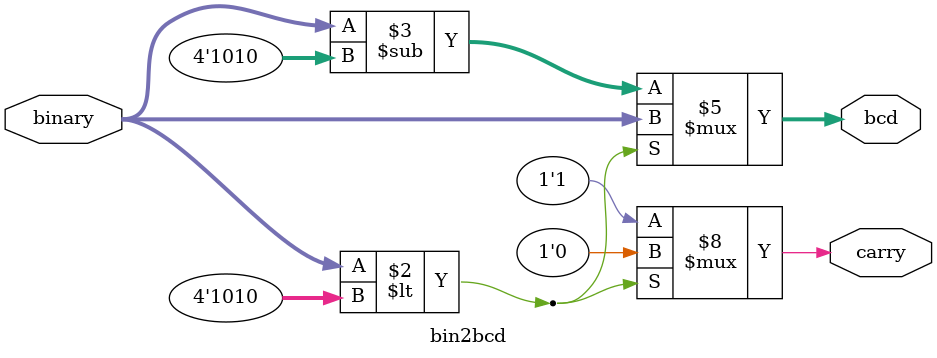
<source format=sv>
module bin2bcd (
    input  logic [3:0] binary,
    output logic [3:0] bcd,
    output logic carry
);
always_comb begin
if (binary< 4'd10) begin
carry=1'd0;
bcd=binary;
end else begin
bcd=binary-4'd10;
carry=1'd1;
end
end
endmodule
	
</source>
